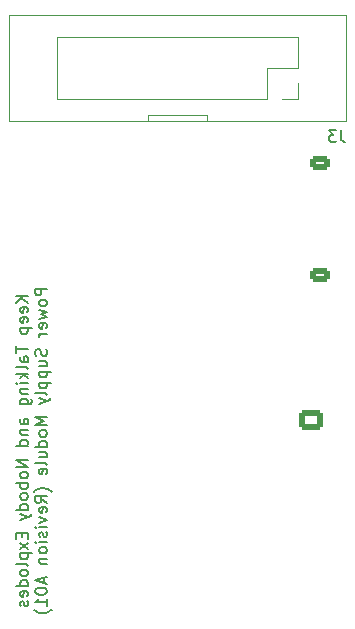
<source format=gbo>
%TF.GenerationSoftware,KiCad,Pcbnew,(6.0.9)*%
%TF.CreationDate,2022-12-02T21:40:22+00:00*%
%TF.ProjectId,PowerManagement,506f7765-724d-4616-9e61-67656d656e74,rev?*%
%TF.SameCoordinates,Original*%
%TF.FileFunction,Legend,Bot*%
%TF.FilePolarity,Positive*%
%FSLAX46Y46*%
G04 Gerber Fmt 4.6, Leading zero omitted, Abs format (unit mm)*
G04 Created by KiCad (PCBNEW (6.0.9)) date 2022-12-02 21:40:22*
%MOMM*%
%LPD*%
G01*
G04 APERTURE LIST*
G04 Aperture macros list*
%AMRoundRect*
0 Rectangle with rounded corners*
0 $1 Rounding radius*
0 $2 $3 $4 $5 $6 $7 $8 $9 X,Y pos of 4 corners*
0 Add a 4 corners polygon primitive as box body*
4,1,4,$2,$3,$4,$5,$6,$7,$8,$9,$2,$3,0*
0 Add four circle primitives for the rounded corners*
1,1,$1+$1,$2,$3*
1,1,$1+$1,$4,$5*
1,1,$1+$1,$6,$7*
1,1,$1+$1,$8,$9*
0 Add four rect primitives between the rounded corners*
20,1,$1+$1,$2,$3,$4,$5,0*
20,1,$1+$1,$4,$5,$6,$7,0*
20,1,$1+$1,$6,$7,$8,$9,0*
20,1,$1+$1,$8,$9,$2,$3,0*%
G04 Aperture macros list end*
%ADD10C,0.150000*%
%ADD11C,0.120000*%
%ADD12C,3.200000*%
%ADD13C,1.500000*%
%ADD14R,1.700000X1.700000*%
%ADD15O,1.700000X1.700000*%
%ADD16RoundRect,0.250000X-0.625000X0.350000X-0.625000X-0.350000X0.625000X-0.350000X0.625000X0.350000X0*%
%ADD17O,1.750000X1.200000*%
%ADD18RoundRect,0.250000X-0.750000X0.600000X-0.750000X-0.600000X0.750000X-0.600000X0.750000X0.600000X0*%
%ADD19O,2.000000X1.700000*%
G04 APERTURE END LIST*
D10*
X22347380Y-44780952D02*
X21347380Y-44780952D01*
X22347380Y-45352380D02*
X21775952Y-44923809D01*
X21347380Y-45352380D02*
X21918809Y-44780952D01*
X22299761Y-46161904D02*
X22347380Y-46066666D01*
X22347380Y-45876190D01*
X22299761Y-45780952D01*
X22204523Y-45733333D01*
X21823571Y-45733333D01*
X21728333Y-45780952D01*
X21680714Y-45876190D01*
X21680714Y-46066666D01*
X21728333Y-46161904D01*
X21823571Y-46209523D01*
X21918809Y-46209523D01*
X22014047Y-45733333D01*
X22299761Y-47019047D02*
X22347380Y-46923809D01*
X22347380Y-46733333D01*
X22299761Y-46638095D01*
X22204523Y-46590476D01*
X21823571Y-46590476D01*
X21728333Y-46638095D01*
X21680714Y-46733333D01*
X21680714Y-46923809D01*
X21728333Y-47019047D01*
X21823571Y-47066666D01*
X21918809Y-47066666D01*
X22014047Y-46590476D01*
X21680714Y-47495238D02*
X22680714Y-47495238D01*
X21728333Y-47495238D02*
X21680714Y-47590476D01*
X21680714Y-47780952D01*
X21728333Y-47876190D01*
X21775952Y-47923809D01*
X21871190Y-47971428D01*
X22156904Y-47971428D01*
X22252142Y-47923809D01*
X22299761Y-47876190D01*
X22347380Y-47780952D01*
X22347380Y-47590476D01*
X22299761Y-47495238D01*
X21347380Y-49019047D02*
X21347380Y-49590476D01*
X22347380Y-49304761D02*
X21347380Y-49304761D01*
X22347380Y-50352380D02*
X21823571Y-50352380D01*
X21728333Y-50304761D01*
X21680714Y-50209523D01*
X21680714Y-50019047D01*
X21728333Y-49923809D01*
X22299761Y-50352380D02*
X22347380Y-50257142D01*
X22347380Y-50019047D01*
X22299761Y-49923809D01*
X22204523Y-49876190D01*
X22109285Y-49876190D01*
X22014047Y-49923809D01*
X21966428Y-50019047D01*
X21966428Y-50257142D01*
X21918809Y-50352380D01*
X22347380Y-50971428D02*
X22299761Y-50876190D01*
X22204523Y-50828571D01*
X21347380Y-50828571D01*
X22347380Y-51352380D02*
X21347380Y-51352380D01*
X21966428Y-51447619D02*
X22347380Y-51733333D01*
X21680714Y-51733333D02*
X22061666Y-51352380D01*
X22347380Y-52161904D02*
X21680714Y-52161904D01*
X21347380Y-52161904D02*
X21395000Y-52114285D01*
X21442619Y-52161904D01*
X21395000Y-52209523D01*
X21347380Y-52161904D01*
X21442619Y-52161904D01*
X21680714Y-52638095D02*
X22347380Y-52638095D01*
X21775952Y-52638095D02*
X21728333Y-52685714D01*
X21680714Y-52780952D01*
X21680714Y-52923809D01*
X21728333Y-53019047D01*
X21823571Y-53066666D01*
X22347380Y-53066666D01*
X21680714Y-53971428D02*
X22490238Y-53971428D01*
X22585476Y-53923809D01*
X22633095Y-53876190D01*
X22680714Y-53780952D01*
X22680714Y-53638095D01*
X22633095Y-53542857D01*
X22299761Y-53971428D02*
X22347380Y-53876190D01*
X22347380Y-53685714D01*
X22299761Y-53590476D01*
X22252142Y-53542857D01*
X22156904Y-53495238D01*
X21871190Y-53495238D01*
X21775952Y-53542857D01*
X21728333Y-53590476D01*
X21680714Y-53685714D01*
X21680714Y-53876190D01*
X21728333Y-53971428D01*
X22347380Y-55638095D02*
X21823571Y-55638095D01*
X21728333Y-55590476D01*
X21680714Y-55495238D01*
X21680714Y-55304761D01*
X21728333Y-55209523D01*
X22299761Y-55638095D02*
X22347380Y-55542857D01*
X22347380Y-55304761D01*
X22299761Y-55209523D01*
X22204523Y-55161904D01*
X22109285Y-55161904D01*
X22014047Y-55209523D01*
X21966428Y-55304761D01*
X21966428Y-55542857D01*
X21918809Y-55638095D01*
X21680714Y-56114285D02*
X22347380Y-56114285D01*
X21775952Y-56114285D02*
X21728333Y-56161904D01*
X21680714Y-56257142D01*
X21680714Y-56399999D01*
X21728333Y-56495238D01*
X21823571Y-56542857D01*
X22347380Y-56542857D01*
X22347380Y-57447619D02*
X21347380Y-57447619D01*
X22299761Y-57447619D02*
X22347380Y-57352380D01*
X22347380Y-57161904D01*
X22299761Y-57066666D01*
X22252142Y-57019047D01*
X22156904Y-56971428D01*
X21871190Y-56971428D01*
X21775952Y-57019047D01*
X21728333Y-57066666D01*
X21680714Y-57161904D01*
X21680714Y-57352380D01*
X21728333Y-57447619D01*
X22347380Y-58685714D02*
X21347380Y-58685714D01*
X22347380Y-59257142D01*
X21347380Y-59257142D01*
X22347380Y-59876190D02*
X22299761Y-59780952D01*
X22252142Y-59733333D01*
X22156904Y-59685714D01*
X21871190Y-59685714D01*
X21775952Y-59733333D01*
X21728333Y-59780952D01*
X21680714Y-59876190D01*
X21680714Y-60019047D01*
X21728333Y-60114285D01*
X21775952Y-60161904D01*
X21871190Y-60209523D01*
X22156904Y-60209523D01*
X22252142Y-60161904D01*
X22299761Y-60114285D01*
X22347380Y-60019047D01*
X22347380Y-59876190D01*
X22347380Y-60638095D02*
X21347380Y-60638095D01*
X21728333Y-60638095D02*
X21680714Y-60733333D01*
X21680714Y-60923809D01*
X21728333Y-61019047D01*
X21775952Y-61066666D01*
X21871190Y-61114285D01*
X22156904Y-61114285D01*
X22252142Y-61066666D01*
X22299761Y-61019047D01*
X22347380Y-60923809D01*
X22347380Y-60733333D01*
X22299761Y-60638095D01*
X22347380Y-61685714D02*
X22299761Y-61590476D01*
X22252142Y-61542857D01*
X22156904Y-61495238D01*
X21871190Y-61495238D01*
X21775952Y-61542857D01*
X21728333Y-61590476D01*
X21680714Y-61685714D01*
X21680714Y-61828571D01*
X21728333Y-61923809D01*
X21775952Y-61971428D01*
X21871190Y-62019047D01*
X22156904Y-62019047D01*
X22252142Y-61971428D01*
X22299761Y-61923809D01*
X22347380Y-61828571D01*
X22347380Y-61685714D01*
X22347380Y-62876190D02*
X21347380Y-62876190D01*
X22299761Y-62876190D02*
X22347380Y-62780952D01*
X22347380Y-62590476D01*
X22299761Y-62495238D01*
X22252142Y-62447619D01*
X22156904Y-62399999D01*
X21871190Y-62399999D01*
X21775952Y-62447619D01*
X21728333Y-62495238D01*
X21680714Y-62590476D01*
X21680714Y-62780952D01*
X21728333Y-62876190D01*
X21680714Y-63257142D02*
X22347380Y-63495238D01*
X21680714Y-63733333D02*
X22347380Y-63495238D01*
X22585476Y-63399999D01*
X22633095Y-63352380D01*
X22680714Y-63257142D01*
X21823571Y-64876190D02*
X21823571Y-65209523D01*
X22347380Y-65352380D02*
X22347380Y-64876190D01*
X21347380Y-64876190D01*
X21347380Y-65352380D01*
X22347380Y-65685714D02*
X21680714Y-66209523D01*
X21680714Y-65685714D02*
X22347380Y-66209523D01*
X21680714Y-66590476D02*
X22680714Y-66590476D01*
X21728333Y-66590476D02*
X21680714Y-66685714D01*
X21680714Y-66876190D01*
X21728333Y-66971428D01*
X21775952Y-67019047D01*
X21871190Y-67066666D01*
X22156904Y-67066666D01*
X22252142Y-67019047D01*
X22299761Y-66971428D01*
X22347380Y-66876190D01*
X22347380Y-66685714D01*
X22299761Y-66590476D01*
X22347380Y-67638095D02*
X22299761Y-67542857D01*
X22204523Y-67495238D01*
X21347380Y-67495238D01*
X22347380Y-68161904D02*
X22299761Y-68066666D01*
X22252142Y-68019047D01*
X22156904Y-67971428D01*
X21871190Y-67971428D01*
X21775952Y-68019047D01*
X21728333Y-68066666D01*
X21680714Y-68161904D01*
X21680714Y-68304761D01*
X21728333Y-68399999D01*
X21775952Y-68447619D01*
X21871190Y-68495238D01*
X22156904Y-68495238D01*
X22252142Y-68447619D01*
X22299761Y-68399999D01*
X22347380Y-68304761D01*
X22347380Y-68161904D01*
X22347380Y-69352380D02*
X21347380Y-69352380D01*
X22299761Y-69352380D02*
X22347380Y-69257142D01*
X22347380Y-69066666D01*
X22299761Y-68971428D01*
X22252142Y-68923809D01*
X22156904Y-68876190D01*
X21871190Y-68876190D01*
X21775952Y-68923809D01*
X21728333Y-68971428D01*
X21680714Y-69066666D01*
X21680714Y-69257142D01*
X21728333Y-69352380D01*
X22299761Y-70209523D02*
X22347380Y-70114285D01*
X22347380Y-69923809D01*
X22299761Y-69828571D01*
X22204523Y-69780952D01*
X21823571Y-69780952D01*
X21728333Y-69828571D01*
X21680714Y-69923809D01*
X21680714Y-70114285D01*
X21728333Y-70209523D01*
X21823571Y-70257142D01*
X21918809Y-70257142D01*
X22014047Y-69780952D01*
X22299761Y-70638095D02*
X22347380Y-70733333D01*
X22347380Y-70923809D01*
X22299761Y-71019047D01*
X22204523Y-71066666D01*
X22156904Y-71066666D01*
X22061666Y-71019047D01*
X22014047Y-70923809D01*
X22014047Y-70780952D01*
X21966428Y-70685714D01*
X21871190Y-70638095D01*
X21823571Y-70638095D01*
X21728333Y-70685714D01*
X21680714Y-70780952D01*
X21680714Y-70923809D01*
X21728333Y-71019047D01*
X23957380Y-44161904D02*
X22957380Y-44161904D01*
X22957380Y-44542857D01*
X23005000Y-44638095D01*
X23052619Y-44685714D01*
X23147857Y-44733333D01*
X23290714Y-44733333D01*
X23385952Y-44685714D01*
X23433571Y-44638095D01*
X23481190Y-44542857D01*
X23481190Y-44161904D01*
X23957380Y-45304761D02*
X23909761Y-45209523D01*
X23862142Y-45161904D01*
X23766904Y-45114285D01*
X23481190Y-45114285D01*
X23385952Y-45161904D01*
X23338333Y-45209523D01*
X23290714Y-45304761D01*
X23290714Y-45447619D01*
X23338333Y-45542857D01*
X23385952Y-45590476D01*
X23481190Y-45638095D01*
X23766904Y-45638095D01*
X23862142Y-45590476D01*
X23909761Y-45542857D01*
X23957380Y-45447619D01*
X23957380Y-45304761D01*
X23290714Y-45971428D02*
X23957380Y-46161904D01*
X23481190Y-46352380D01*
X23957380Y-46542857D01*
X23290714Y-46733333D01*
X23909761Y-47495238D02*
X23957380Y-47400000D01*
X23957380Y-47209523D01*
X23909761Y-47114285D01*
X23814523Y-47066666D01*
X23433571Y-47066666D01*
X23338333Y-47114285D01*
X23290714Y-47209523D01*
X23290714Y-47400000D01*
X23338333Y-47495238D01*
X23433571Y-47542857D01*
X23528809Y-47542857D01*
X23624047Y-47066666D01*
X23957380Y-47971428D02*
X23290714Y-47971428D01*
X23481190Y-47971428D02*
X23385952Y-48019047D01*
X23338333Y-48066666D01*
X23290714Y-48161904D01*
X23290714Y-48257142D01*
X23909761Y-49304761D02*
X23957380Y-49447619D01*
X23957380Y-49685714D01*
X23909761Y-49780952D01*
X23862142Y-49828571D01*
X23766904Y-49876190D01*
X23671666Y-49876190D01*
X23576428Y-49828571D01*
X23528809Y-49780952D01*
X23481190Y-49685714D01*
X23433571Y-49495238D01*
X23385952Y-49400000D01*
X23338333Y-49352380D01*
X23243095Y-49304761D01*
X23147857Y-49304761D01*
X23052619Y-49352380D01*
X23005000Y-49400000D01*
X22957380Y-49495238D01*
X22957380Y-49733333D01*
X23005000Y-49876190D01*
X23290714Y-50733333D02*
X23957380Y-50733333D01*
X23290714Y-50304761D02*
X23814523Y-50304761D01*
X23909761Y-50352380D01*
X23957380Y-50447619D01*
X23957380Y-50590476D01*
X23909761Y-50685714D01*
X23862142Y-50733333D01*
X23290714Y-51209523D02*
X24290714Y-51209523D01*
X23338333Y-51209523D02*
X23290714Y-51304761D01*
X23290714Y-51495238D01*
X23338333Y-51590476D01*
X23385952Y-51638095D01*
X23481190Y-51685714D01*
X23766904Y-51685714D01*
X23862142Y-51638095D01*
X23909761Y-51590476D01*
X23957380Y-51495238D01*
X23957380Y-51304761D01*
X23909761Y-51209523D01*
X23290714Y-52114285D02*
X24290714Y-52114285D01*
X23338333Y-52114285D02*
X23290714Y-52209523D01*
X23290714Y-52399999D01*
X23338333Y-52495238D01*
X23385952Y-52542857D01*
X23481190Y-52590476D01*
X23766904Y-52590476D01*
X23862142Y-52542857D01*
X23909761Y-52495238D01*
X23957380Y-52399999D01*
X23957380Y-52209523D01*
X23909761Y-52114285D01*
X23957380Y-53161904D02*
X23909761Y-53066666D01*
X23814523Y-53019047D01*
X22957380Y-53019047D01*
X23290714Y-53447619D02*
X23957380Y-53685714D01*
X23290714Y-53923809D02*
X23957380Y-53685714D01*
X24195476Y-53590476D01*
X24243095Y-53542857D01*
X24290714Y-53447619D01*
X23957380Y-55066666D02*
X22957380Y-55066666D01*
X23671666Y-55399999D01*
X22957380Y-55733333D01*
X23957380Y-55733333D01*
X23957380Y-56352380D02*
X23909761Y-56257142D01*
X23862142Y-56209523D01*
X23766904Y-56161904D01*
X23481190Y-56161904D01*
X23385952Y-56209523D01*
X23338333Y-56257142D01*
X23290714Y-56352380D01*
X23290714Y-56495238D01*
X23338333Y-56590476D01*
X23385952Y-56638095D01*
X23481190Y-56685714D01*
X23766904Y-56685714D01*
X23862142Y-56638095D01*
X23909761Y-56590476D01*
X23957380Y-56495238D01*
X23957380Y-56352380D01*
X23957380Y-57542857D02*
X22957380Y-57542857D01*
X23909761Y-57542857D02*
X23957380Y-57447619D01*
X23957380Y-57257142D01*
X23909761Y-57161904D01*
X23862142Y-57114285D01*
X23766904Y-57066666D01*
X23481190Y-57066666D01*
X23385952Y-57114285D01*
X23338333Y-57161904D01*
X23290714Y-57257142D01*
X23290714Y-57447619D01*
X23338333Y-57542857D01*
X23290714Y-58447619D02*
X23957380Y-58447619D01*
X23290714Y-58019047D02*
X23814523Y-58019047D01*
X23909761Y-58066666D01*
X23957380Y-58161904D01*
X23957380Y-58304761D01*
X23909761Y-58399999D01*
X23862142Y-58447619D01*
X23957380Y-59066666D02*
X23909761Y-58971428D01*
X23814523Y-58923809D01*
X22957380Y-58923809D01*
X23909761Y-59828571D02*
X23957380Y-59733333D01*
X23957380Y-59542857D01*
X23909761Y-59447619D01*
X23814523Y-59399999D01*
X23433571Y-59399999D01*
X23338333Y-59447619D01*
X23290714Y-59542857D01*
X23290714Y-59733333D01*
X23338333Y-59828571D01*
X23433571Y-59876190D01*
X23528809Y-59876190D01*
X23624047Y-59399999D01*
X24338333Y-61352380D02*
X24290714Y-61304761D01*
X24147857Y-61209523D01*
X24052619Y-61161904D01*
X23909761Y-61114285D01*
X23671666Y-61066666D01*
X23481190Y-61066666D01*
X23243095Y-61114285D01*
X23100238Y-61161904D01*
X23005000Y-61209523D01*
X22862142Y-61304761D01*
X22814523Y-61352380D01*
X23957380Y-62304761D02*
X23481190Y-61971428D01*
X23957380Y-61733333D02*
X22957380Y-61733333D01*
X22957380Y-62114285D01*
X23005000Y-62209523D01*
X23052619Y-62257142D01*
X23147857Y-62304761D01*
X23290714Y-62304761D01*
X23385952Y-62257142D01*
X23433571Y-62209523D01*
X23481190Y-62114285D01*
X23481190Y-61733333D01*
X23909761Y-63114285D02*
X23957380Y-63019047D01*
X23957380Y-62828571D01*
X23909761Y-62733333D01*
X23814523Y-62685714D01*
X23433571Y-62685714D01*
X23338333Y-62733333D01*
X23290714Y-62828571D01*
X23290714Y-63019047D01*
X23338333Y-63114285D01*
X23433571Y-63161904D01*
X23528809Y-63161904D01*
X23624047Y-62685714D01*
X23290714Y-63495238D02*
X23957380Y-63733333D01*
X23290714Y-63971428D01*
X23957380Y-64352380D02*
X23290714Y-64352380D01*
X22957380Y-64352380D02*
X23005000Y-64304761D01*
X23052619Y-64352380D01*
X23005000Y-64399999D01*
X22957380Y-64352380D01*
X23052619Y-64352380D01*
X23909761Y-64780952D02*
X23957380Y-64876190D01*
X23957380Y-65066666D01*
X23909761Y-65161904D01*
X23814523Y-65209523D01*
X23766904Y-65209523D01*
X23671666Y-65161904D01*
X23624047Y-65066666D01*
X23624047Y-64923809D01*
X23576428Y-64828571D01*
X23481190Y-64780952D01*
X23433571Y-64780952D01*
X23338333Y-64828571D01*
X23290714Y-64923809D01*
X23290714Y-65066666D01*
X23338333Y-65161904D01*
X23957380Y-65638095D02*
X23290714Y-65638095D01*
X22957380Y-65638095D02*
X23005000Y-65590476D01*
X23052619Y-65638095D01*
X23005000Y-65685714D01*
X22957380Y-65638095D01*
X23052619Y-65638095D01*
X23957380Y-66257142D02*
X23909761Y-66161904D01*
X23862142Y-66114285D01*
X23766904Y-66066666D01*
X23481190Y-66066666D01*
X23385952Y-66114285D01*
X23338333Y-66161904D01*
X23290714Y-66257142D01*
X23290714Y-66399999D01*
X23338333Y-66495238D01*
X23385952Y-66542857D01*
X23481190Y-66590476D01*
X23766904Y-66590476D01*
X23862142Y-66542857D01*
X23909761Y-66495238D01*
X23957380Y-66399999D01*
X23957380Y-66257142D01*
X23290714Y-67019047D02*
X23957380Y-67019047D01*
X23385952Y-67019047D02*
X23338333Y-67066666D01*
X23290714Y-67161904D01*
X23290714Y-67304761D01*
X23338333Y-67399999D01*
X23433571Y-67447619D01*
X23957380Y-67447619D01*
X23671666Y-68638095D02*
X23671666Y-69114285D01*
X23957380Y-68542857D02*
X22957380Y-68876190D01*
X23957380Y-69209523D01*
X22957380Y-69733333D02*
X22957380Y-69828571D01*
X23005000Y-69923809D01*
X23052619Y-69971428D01*
X23147857Y-70019047D01*
X23338333Y-70066666D01*
X23576428Y-70066666D01*
X23766904Y-70019047D01*
X23862142Y-69971428D01*
X23909761Y-69923809D01*
X23957380Y-69828571D01*
X23957380Y-69733333D01*
X23909761Y-69638095D01*
X23862142Y-69590476D01*
X23766904Y-69542857D01*
X23576428Y-69495238D01*
X23338333Y-69495238D01*
X23147857Y-69542857D01*
X23052619Y-69590476D01*
X23005000Y-69638095D01*
X22957380Y-69733333D01*
X23957380Y-71019047D02*
X23957380Y-70447619D01*
X23957380Y-70733333D02*
X22957380Y-70733333D01*
X23100238Y-70638095D01*
X23195476Y-70542857D01*
X23243095Y-70447619D01*
X24338333Y-71352380D02*
X24290714Y-71399999D01*
X24147857Y-71495238D01*
X24052619Y-71542857D01*
X23909761Y-71590476D01*
X23671666Y-71638095D01*
X23481190Y-71638095D01*
X23243095Y-71590476D01*
X23100238Y-71542857D01*
X23005000Y-71495238D01*
X22862142Y-71399999D01*
X22814523Y-71352380D01*
%TO.C,J3*%
X48833333Y-30752380D02*
X48833333Y-31466666D01*
X48880952Y-31609523D01*
X48976190Y-31704761D01*
X49119047Y-31752380D01*
X49214285Y-31752380D01*
X48452380Y-30752380D02*
X47833333Y-30752380D01*
X48166666Y-31133333D01*
X48023809Y-31133333D01*
X47928571Y-31180952D01*
X47880952Y-31228571D01*
X47833333Y-31323809D01*
X47833333Y-31561904D01*
X47880952Y-31657142D01*
X47928571Y-31704761D01*
X48023809Y-31752380D01*
X48309523Y-31752380D01*
X48404761Y-31704761D01*
X48452380Y-31657142D01*
D11*
X49250000Y-30000000D02*
X49250000Y-21000000D01*
X37500000Y-30000000D02*
X37500000Y-29500000D01*
X45220000Y-28100000D02*
X45220000Y-26770000D01*
X24780000Y-28100000D02*
X24780000Y-22900000D01*
X20750000Y-30000000D02*
X35000000Y-30000000D01*
X20750000Y-21000000D02*
X20750000Y-30000000D01*
X32500000Y-29500000D02*
X32500000Y-30000000D01*
X42620000Y-25500000D02*
X45220000Y-25500000D01*
X45220000Y-25500000D02*
X45220000Y-22900000D01*
X43890000Y-28100000D02*
X45220000Y-28100000D01*
X37500000Y-29500000D02*
X32500000Y-29500000D01*
X42620000Y-28100000D02*
X42620000Y-25500000D01*
X45220000Y-22900000D02*
X24780000Y-22900000D01*
X35000000Y-30000000D02*
X49250000Y-30000000D01*
X49250000Y-21000000D02*
X20750000Y-21000000D01*
X42620000Y-28100000D02*
X24780000Y-28100000D01*
%TD*%
%LPC*%
D12*
%TO.C,REF\u002A\u002A*%
X35000000Y-75500000D03*
%TD*%
D13*
%TO.C,J2*%
X37214000Y-65796000D03*
X44214000Y-65796000D03*
%TD*%
D14*
%TO.C,J1*%
X22500000Y-32700000D03*
D15*
X22500000Y-35240000D03*
X22500000Y-37780000D03*
X22500000Y-40320000D03*
%TD*%
D16*
%TO.C,J5*%
X47050000Y-33500000D03*
D17*
X47050000Y-35500000D03*
X47050000Y-37500000D03*
%TD*%
D18*
%TO.C,J4*%
X46275000Y-55250000D03*
D19*
X46275000Y-57750000D03*
%TD*%
D16*
%TO.C,J6*%
X47050000Y-43000000D03*
D17*
X47050000Y-45000000D03*
%TD*%
D14*
%TO.C,J3*%
X43890000Y-26770000D03*
D15*
X43890000Y-24230000D03*
X41350000Y-26770000D03*
X41350000Y-24230000D03*
X38810000Y-26770000D03*
X38810000Y-24230000D03*
X36270000Y-26770000D03*
X36270000Y-24230000D03*
X33730000Y-26770000D03*
X33730000Y-24230000D03*
X31190000Y-26770000D03*
X31190000Y-24230000D03*
X28650000Y-26770000D03*
X28650000Y-24230000D03*
X26110000Y-26770000D03*
X26110000Y-24230000D03*
%TD*%
M02*

</source>
